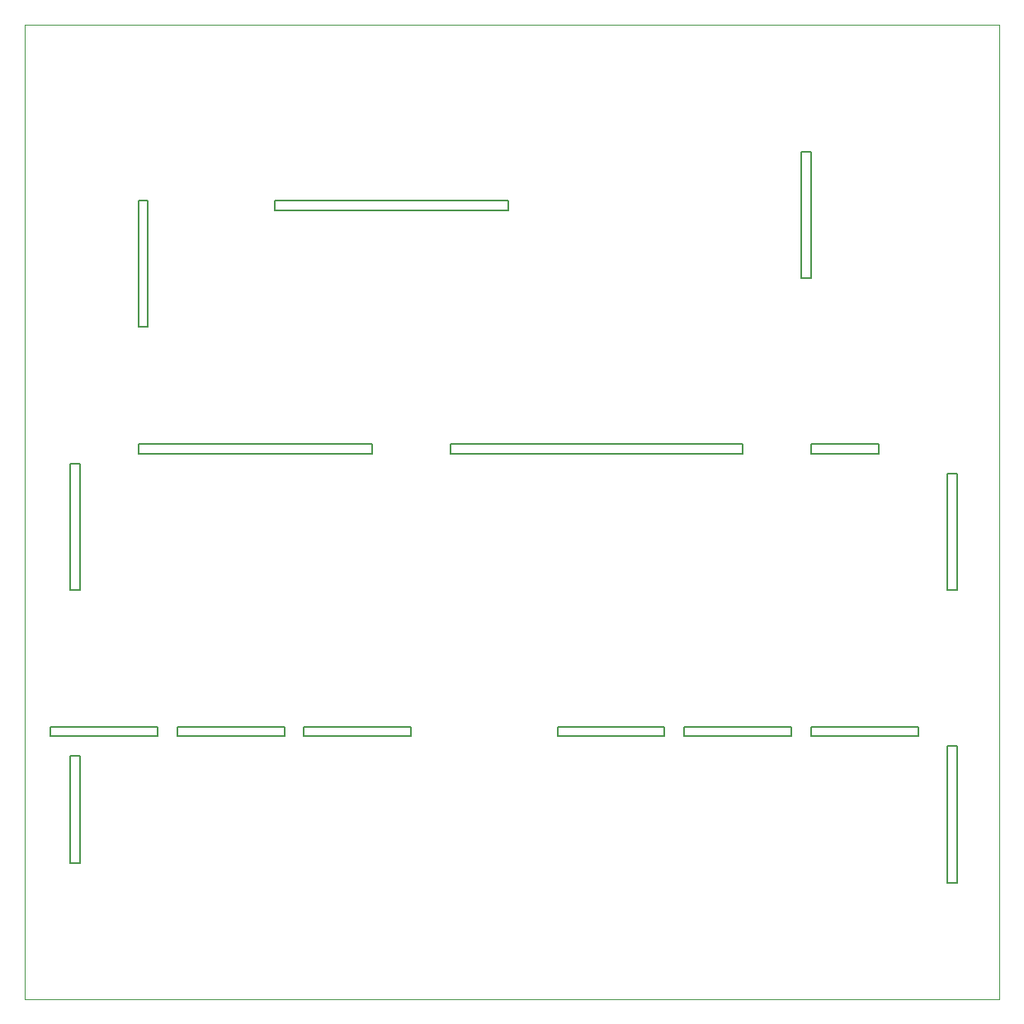
<source format=gm1>
G04 #@! TF.GenerationSoftware,KiCad,Pcbnew,(5.1.5)-3*
G04 #@! TF.CreationDate,2020-12-12T23:50:59-08:00*
G04 #@! TF.ProjectId,button_pcb_4x_laz16-11_,62757474-6f6e-45f7-9063-625f34785f6c,rev?*
G04 #@! TF.SameCoordinates,Original*
G04 #@! TF.FileFunction,Profile,NP*
%FSLAX46Y46*%
G04 Gerber Fmt 4.6, Leading zero omitted, Abs format (unit mm)*
G04 Created by KiCad (PCBNEW (5.1.5)-3) date 2020-12-12 23:50:59*
%MOMM*%
%LPD*%
G04 APERTURE LIST*
%ADD10C,0.150000*%
%ADD11C,0.100000*%
G04 APERTURE END LIST*
D10*
X80640000Y73960000D02*
X80640000Y86960000D01*
X80640000Y86960000D02*
X79640000Y86960000D01*
X79640000Y73960000D02*
X80640000Y73960000D01*
X79640000Y86960000D02*
X79640000Y73960000D01*
X12640000Y68960000D02*
X12640000Y81960000D01*
X12640000Y81960000D02*
X11640000Y81960000D01*
X11640000Y68960000D02*
X12640000Y68960000D01*
X11640000Y81960000D02*
X11640000Y68960000D01*
X5640000Y24960000D02*
X4640000Y24960000D01*
X4640000Y24960000D02*
X4640000Y13960000D01*
X4640000Y13960000D02*
X5640000Y13960000D01*
X5640000Y13960000D02*
X5640000Y24960000D01*
X2640000Y27960000D02*
X2640000Y26960000D01*
X13640000Y27960000D02*
X2640000Y27960000D01*
X2640000Y26960000D02*
X13640000Y26960000D01*
X13640000Y26960000D02*
X13640000Y27960000D01*
X15640000Y26960000D02*
X26640000Y26960000D01*
X15640000Y27960000D02*
X15640000Y26960000D01*
X26640000Y27960000D02*
X15640000Y27960000D01*
X26640000Y26960000D02*
X26640000Y27960000D01*
X28640000Y27960000D02*
X28640000Y26960000D01*
X28640000Y26960000D02*
X39640000Y26960000D01*
X39640000Y26960000D02*
X39640000Y27960000D01*
X39640000Y27960000D02*
X28640000Y27960000D01*
X80640000Y26960000D02*
X91640000Y26960000D01*
X91640000Y26960000D02*
X91640000Y27960000D01*
X91640000Y27960000D02*
X80640000Y27960000D01*
X80640000Y27960000D02*
X80640000Y26960000D01*
X78640000Y27960000D02*
X67640000Y27960000D01*
X78640000Y26960000D02*
X78640000Y27960000D01*
X67640000Y26960000D02*
X78640000Y26960000D01*
X67640000Y27960000D02*
X67640000Y26960000D01*
X65640000Y27960000D02*
X54640000Y27960000D01*
X65640000Y26960000D02*
X65640000Y27960000D01*
X54640000Y26960000D02*
X65640000Y26960000D01*
X54640000Y27960000D02*
X54640000Y26960000D01*
X95640000Y25960000D02*
X94640000Y25960000D01*
X95640000Y11960000D02*
X95640000Y25960000D01*
X94640000Y11960000D02*
X95640000Y11960000D01*
X94640000Y25960000D02*
X94640000Y11960000D01*
X95640000Y53960000D02*
X94640000Y53960000D01*
X95640000Y41960000D02*
X95640000Y53960000D01*
X94640000Y41960000D02*
X95640000Y41960000D01*
X94640000Y53960000D02*
X94640000Y41960000D01*
X87640000Y56960000D02*
X80640000Y56960000D01*
X87640000Y55960000D02*
X87640000Y56960000D01*
X80640000Y55960000D02*
X87640000Y55960000D01*
X80640000Y56960000D02*
X80640000Y55960000D01*
X73640000Y56960000D02*
X43640000Y56960000D01*
X73640000Y55960000D02*
X73640000Y56960000D01*
X43640000Y55960000D02*
X73640000Y55960000D01*
X43640000Y56960000D02*
X43640000Y55960000D01*
X11640000Y55960000D02*
X11640000Y56960000D01*
X35640000Y55960000D02*
X11640000Y55960000D01*
X35640000Y56960000D02*
X35640000Y55960000D01*
X11640000Y56960000D02*
X35640000Y56960000D01*
X5640000Y54960000D02*
X4640000Y54960000D01*
X5640000Y41960000D02*
X5640000Y54960000D01*
X4640000Y41960000D02*
X5640000Y41960000D01*
X4640000Y54960000D02*
X4640000Y41960000D01*
X25640000Y80960000D02*
X25640000Y81960000D01*
X49640000Y80960000D02*
X25640000Y80960000D01*
X49640000Y81960000D02*
X49640000Y80960000D01*
X25640000Y81960000D02*
X49640000Y81960000D01*
D11*
X100000000Y100000000D02*
X100000000Y0D01*
X0Y100000000D02*
X100000000Y100000000D01*
X0Y0D02*
X0Y100000000D01*
X100000000Y0D02*
X0Y0D01*
M02*

</source>
